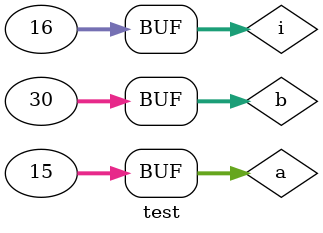
<source format=v>
`timescale 1ns/1ns 
module test;
reg [31:0] a, b;
wire cout;
wire [31:0] sum;
integer i;
CSelA32 ins1(sum, cout,a, b);

initial begin
$dumpfile("csela.vcd");
$dumpvars(1);
 end
 
 initial
 for(i=0;i<=15;i=i+1)
 begin
 a=i;
 b=i*2;
 #5;
 end
 endmodule
</source>
